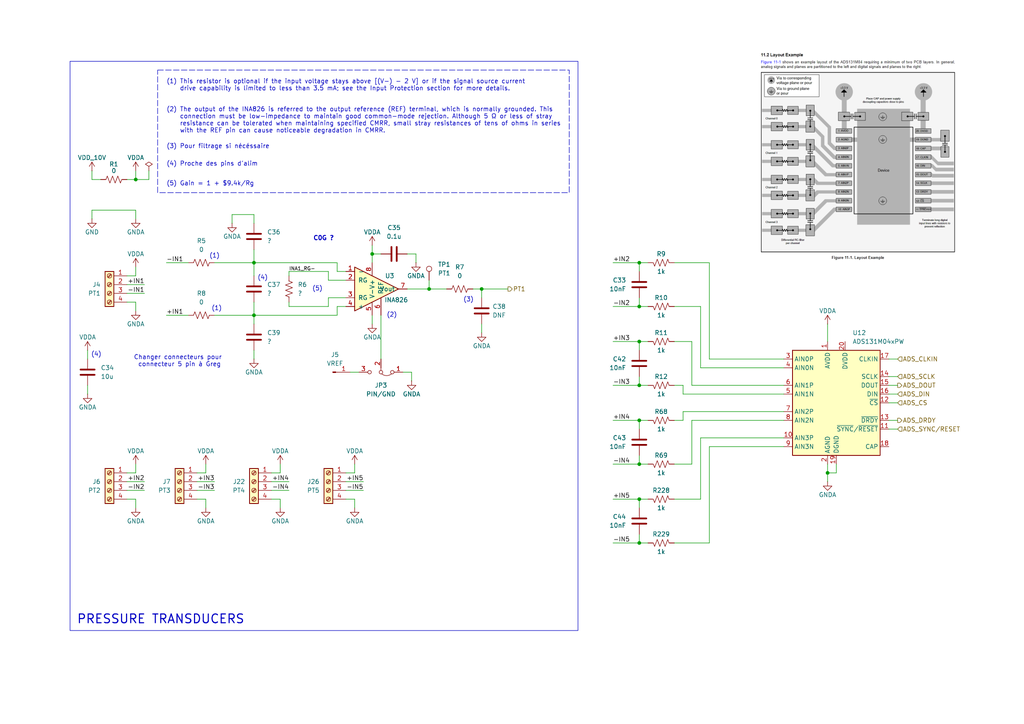
<source format=kicad_sch>
(kicad_sch (version 20250114) (generator "eeschema") (generator_version "9.0")
  (paper "A4")
  (lib_symbols
    (symbol "Analog_ADC:ADS131M04xPW"
      (property "Reference" "U" (at -11.43 16.51 0))
      (property "Value" "ADS131M04xPW" (at 19.05 16.51 0))
      (symbol "ADS131M04xPW_1_0"
        (pin input line (at -15.24 2.54 0) (length 2.54) (name "AIN1N") (number "5"))
        (pin power_in line (at 0 -17.78 90) (length 2.54) (name "DGND") (number "19"))
        (pin power_in line (at 2.54 17.78 270) (length 2.54) (name "DVDD") (number "20"))
        (pin input line (at 15.24 12.7 180) (length 2.54) (name "CLKIN") (number "17"))
        (pin tri_state line (at 15.24 5.08 180) (length 2.54) (name "DOUT") (number "15"))
        (pin input line (at 15.24 2.54 180) (length 2.54) (name "DIN") (number "16"))
        (pin passive line (at 15.24 -12.7 180) (length 2.54) (name "CAP") (number "18"))
      )
      (symbol "ADS131M04xPW_1_1"
        (rectangle (start -12.7 15.24) (end 12.7 -15.24) (stroke (width 0.254)) (fill (type background)))
        (pin input line (at -15.24 12.7 0) (length 2.54) (name "AIN0P") (number "3"))
        (pin input line (at -15.24 10.16 0) (length 2.54) (name "AIN0N") (number "4"))
        (pin input line (at -15.24 5.08 0) (length 2.54) (name "AIN1P") (number "6"))
        (pin input line (at -15.24 -2.54 0) (length 2.54) (name "AIN2P") (number "7"))
        (pin input line (at -15.24 -5.08 0) (length 2.54) (name "AIN2N") (number "8"))
        (pin input line (at -15.24 -10.16 0) (length 2.54) (name "AIN3P") (number "10"))
        (pin input line (at -15.24 -12.7 0) (length 2.54) (name "AIN3N") (number "9"))
        (pin power_in line (at -2.54 17.78 270) (length 2.54) (name "AVDD") (number "1"))
        (pin power_in line (at -2.54 -17.78 90) (length 2.54) (name "AGND") (number "2"))
        (pin input line (at 15.24 7.62 180) (length 2.54) (name "SCLK") (number "14"))
        (pin input line (at 15.24 0 180) (length 2.54) (name "~{CS}") (number "12"))
        (pin output line (at 15.24 -5.08 180) (length 2.54) (name "~{DRDY}") (number "13"))
        (pin input line (at 15.24 -7.62 180) (length 2.54) (name "~{SYNC}/~{RESET}") (number "11"))
      )
    )
    (symbol "Connector:Conn_01x01_Pin" (pin_names (offset 1.016) (hide yes))
      (property "Reference" "J" (at 0 2.54 0))
      (property "Value" "Conn_01x01_Pin" (at 0 -2.54 0))
      (symbol "Conn_01x01_Pin_1_1"
        (rectangle (start 0.8636 0.127) (end 0 -0.127) (stroke (width 0.1524)) (fill (type outline)))
        (polyline (pts (xy 1.27 0) (xy 0.8636 0)) (stroke (width 0.1524)))
        (pin passive line (at 5.08 0 180) (length 3.81) (name "Pin_1") (number "1"))
      )
    )
    (symbol "Connector:Screw_Terminal_01x04" (pin_names (offset 1.016) (hide yes))
      (property "Reference" "J" (at 0 5.08 0))
      (property "Value" "Screw_Terminal_01x04" (at 0 -7.62 0))
      (symbol "Screw_Terminal_01x04_1_1"
        (rectangle (start -1.27 3.81) (end 1.27 -6.35) (stroke (width 0.254)) (fill (type background)))
        (polyline (pts (xy -0.5334 2.8702) (xy 0.3302 2.032)) (stroke (width 0.1524)))
        (polyline (pts (xy -0.5334 0.3302) (xy 0.3302 -0.508)) (stroke (width 0.1524)))
        (polyline (pts (xy -0.5334 -2.2098) (xy 0.3302 -3.048)) (stroke (width 0.1524)))
        (polyline (pts (xy -0.5334 -4.7498) (xy 0.3302 -5.588)) (stroke (width 0.1524)))
        (polyline (pts (xy -0.3556 3.048) (xy 0.508 2.2098)) (stroke (width 0.1524)))
        (polyline (pts (xy -0.3556 0.508) (xy 0.508 -0.3302)) (stroke (width 0.1524)))
        (polyline (pts (xy -0.3556 -2.032) (xy 0.508 -2.8702)) (stroke (width 0.1524)))
        (polyline (pts (xy -0.3556 -4.572) (xy 0.508 -5.4102)) (stroke (width 0.1524)))
        (circle (center 0 2.54) (radius 0.635) (stroke (width 0.1524)))
        (circle (center 0 0) (radius 0.635) (stroke (width 0.1524)))
        (circle (center 0 -2.54) (radius 0.635) (stroke (width 0.1524)))
        (circle (center 0 -5.08) (radius 0.635) (stroke (width 0.1524)))
        (pin passive line (at -5.08 2.54 0) (length 3.81) (name "Pin_1") (number "1"))
        (pin passive line (at -5.08 0 0) (length 3.81) (name "Pin_2") (number "2"))
        (pin passive line (at -5.08 -2.54 0) (length 3.81) (name "Pin_3") (number "3"))
        (pin passive line (at -5.08 -5.08 0) (length 3.81) (name "Pin_4") (number "4"))
      )
    )
    (symbol "Connector:TestPoint" (pin_numbers (hide yes)) (pin_names (offset 0.762) (hide yes))
      (property "Reference" "TP" (at 0 6.858 0))
      (property "Value" "TestPoint" (at 0 5.08 0))
      (symbol "TestPoint_0_1"
        (circle (center 0 3.302) (radius 0.762))
      )
      (symbol "TestPoint_1_1"
        (pin passive line (at 0 0 90) (length 2.54) (name "1") (number "1"))
      )
    )
    (symbol "Device:C" (pin_numbers (hide yes)) (pin_names (offset 0.254))
      (property "Reference" "C" (at 0.635 2.54 0))
      (property "Value" "C" (at 0.635 -2.54 0))
      (symbol "C_0_1"
        (polyline (pts (xy -2.032 0.762) (xy 2.032 0.762)) (stroke (width 0.508)))
        (polyline (pts (xy -2.032 -0.762) (xy 2.032 -0.762)) (stroke (width 0.508)))
      )
      (symbol "C_1_1"
        (pin passive line (at 0 3.81 270) (length 2.794) (name "~") (number "1"))
        (pin passive line (at 0 -3.81 90) (length 2.794) (name "~") (number "2"))
      )
    )
    (symbol "Device:R_US" (pin_numbers (hide yes)) (pin_names (offset 0))
      (property "Reference" "R" (at 2.54 0 90))
      (property "Value" "R_US" (at -2.54 0 90))
      (symbol "R_US_0_1"
        (polyline (pts (xy 0 2.286) (xy 0 2.54)))
        (polyline (pts (xy 0 2.286) (xy 1.016 1.905) (xy 0 1.524) (xy -1.016 1.143) (xy 0 0.762)))
        (polyline (pts (xy 0 0.762) (xy 1.016 0.381) (xy 0 0) (xy -1.016 -0.381) (xy 0 -0.762)))
        (polyline (pts (xy 0 -0.762) (xy 1.016 -1.143) (xy 0 -1.524) (xy -1.016 -1.905) (xy 0 -2.286)))
        (polyline (pts (xy 0 -2.286) (xy 0 -2.54)))
      )
      (symbol "R_US_1_1"
        (pin passive line (at 0 3.81 270) (length 1.27) (name "~") (number "1"))
        (pin passive line (at 0 -3.81 90) (length 1.27) (name "~") (number "2"))
      )
    )
    (symbol "INA826:INA826AIDGKR" (pin_names (offset 1.016))
      (property "Reference" "U" (at 3.81 5.588 0))
      (property "Value" "INA826AIDGKR" (at 5.08 -2.794 0))
      (symbol "INA826AIDGKR_0_1"
        (polyline (pts (xy 7.62 0) (xy -5.08 6.35) (xy -5.08 -6.35) (xy 7.62 0)) (stroke (width 0.254)) (fill (type background)))
      )
      (symbol "INA826AIDGKR_1_1"
        (pin input line (at -7.62 5.08 0) (length 2.54) (name "-") (number "1"))
        (pin passive line (at -7.62 2.54 0) (length 2.54) (name "RG") (number "2"))
        (pin passive line (at -7.62 -2.54 0) (length 2.54) (name "RG") (number "3"))
        (pin input line (at -7.62 -5.08 0) (length 2.54) (name "+") (number "4"))
        (pin power_in line (at 0 7.62 270) (length 3.81) (name "V+") (number "8"))
        (pin power_in line (at 0 -7.62 90) (length 3.81) (name "V-") (number "5"))
        (pin input line (at 2.54 -7.62 90) (length 5.08) (name "REF") (number "6"))
        (pin output line (at 10.16 0 180) (length 2.54) (name "Vout") (number "7"))
      )
    )
    (symbol "Jumper:Jumper_3_Bridged12" (pin_names (offset 0) (hide yes)) (in_bom no)
      (property "Reference" "JP" (at -2.54 -2.54 0))
      (property "Value" "Jumper_3_Bridged12" (at 0 2.794 0))
      (symbol "Jumper_3_Bridged12_0_0"
        (circle (center -3.302 0) (radius 0.508))
        (circle (center 0 0) (radius 0.508))
        (circle (center 3.302 0) (radius 0.508))
      )
      (symbol "Jumper_3_Bridged12_0_1"
        (arc (start -3.048 0.508) (mid -1.651 0.9912) (end -0.254 0.508))
        (polyline (pts (xy 0 -1.27) (xy 0 -0.508)))
      )
      (symbol "Jumper_3_Bridged12_1_1"
        (pin passive line (at -6.35 0 0) (length 2.54) (name "A") (number "1"))
        (pin passive line (at 0 -3.81 90) (length 2.54) (name "C") (number "2"))
        (pin passive line (at 6.35 0 180) (length 2.54) (name "B") (number "3"))
      )
    )
    (symbol "power:+3.3V" (power) (pin_numbers (hide yes)) (pin_names (offset 0) (hide yes))
      (property "Value" "+3.3V" (at 0 3.556 0))
      (symbol "+3.3V_0_1"
        (polyline (pts (xy -0.762 1.27) (xy 0 2.54)))
        (polyline (pts (xy 0 2.54) (xy 0.762 1.27)))
        (polyline (pts (xy 0 0) (xy 0 2.54)))
      )
      (symbol "+3.3V_1_1"
        (pin power_in line (at 0 0 90) (length 0) (name "~") (number "1"))
      )
    )
    (symbol "power:GND" (power) (pin_numbers (hide yes)) (pin_names (offset 0) (hide yes))
      (property "Value" "GND" (at 0 -3.81 0))
      (symbol "GND_0_1"
        (polyline (pts (xy 0 0) (xy 0 -1.27) (xy 1.27 -1.27) (xy 0 -2.54) (xy -1.27 -1.27) (xy 0 -1.27)))
      )
      (symbol "GND_1_1"
        (pin power_in line (at 0 0 270) (length 0) (name "~") (number "1"))
      )
    )
    (symbol "power:GNDA" (power) (pin_numbers (hide yes)) (pin_names (offset 0) (hide yes))
      (property "Value" "GNDA" (at 0 -3.81 0))
      (symbol "GNDA_0_1"
        (polyline (pts (xy 0 0) (xy 0 -1.27) (xy 1.27 -1.27) (xy 0 -2.54) (xy -1.27 -1.27) (xy 0 -1.27)))
      )
      (symbol "GNDA_1_1"
        (pin power_in line (at 0 0 270) (length 0) (name "~") (number "1"))
      )
    )
    (symbol "power:PWR_FLAG" (power) (pin_numbers (hide yes)) (pin_names (offset 0) (hide yes))
      (property "Value" "PWR_FLAG" (at 0 3.81 0))
      (symbol "PWR_FLAG_0_0"
        (pin power_out line (at 0 0 90) (length 0) (name "~") (number "1"))
      )
      (symbol "PWR_FLAG_0_1"
        (polyline (pts (xy 0 0) (xy 0 1.27) (xy -1.016 1.905) (xy 0 2.54) (xy 1.016 1.905) (xy 0 1.27)))
      )
    )
    (symbol "power:VDD" (power) (pin_numbers (hide yes)) (pin_names (offset 0) (hide yes))
      (property "Value" "VDD" (at 0 3.556 0))
      (symbol "VDD_0_1"
        (polyline (pts (xy -0.762 1.27) (xy 0 2.54)))
        (polyline (pts (xy 0 2.54) (xy 0.762 1.27)))
        (polyline (pts (xy 0 0) (xy 0 2.54)))
      )
      (symbol "VDD_1_1"
        (pin power_in line (at 0 0 90) (length 0) (name "~") (number "1"))
      )
    )
  )
  (rectangle (start 45.72 20.32) (end 165.1 55.88) (stroke (width 0) (type dash)))
  (rectangle (start 20.32 17.78) (end 167.64 182.88))
  (text "(4)" (at 27.94 102.87 0) (effects (font (size 1.27 1.27))))
  (text "(1) This resistor is optional if the input voltage stays above [(V-) - 2 V] or if the signal source current\n    drive capability is limited to less than 3.5 mA; see the Input Protection section for more details." (at 48.26 24.765 0) (effects (font (size 1.27 1.27)) (justify left)))
  (text "(4)" (at 76.2 80.645 0) (effects (font (size 1.27 1.27))))
  (text "(5)" (at 92.075 83.82 0) (effects (font (size 1.27 1.27))))
  (text "(2)" (at 113.665 91.44 0) (effects (font (size 1.27 1.27))))
  (text "Changer connecteurs pour \nconnecteur 5 pin à Greg" (at 52.07 104.775 0) (effects (font (size 1.27 1.27))))
  (text "(5) Gain = 1 + $9.4k/Rg" (at 48.26 53.34 0) (effects (font (size 1.27 1.27)) (justify left)))
  (text "(4) Proche des pins d'alim" (at 48.26 47.625 0) (effects (font (size 1.27 1.27)) (justify left)))
  (text "(1)" (at 62.23 74.295 0) (effects (font (size 1.27 1.27))))
  (text "(3) Pour filtrage si nécéssaire" (at 48.26 42.545 0) (effects (font (size 1.27 1.27)) (justify left)))
  (text "(3)" (at 135.89 86.995 0) (effects (font (size 1.27 1.27))))
  (text "(1)" (at 62.865 89.535 0) (effects (font (size 1.27 1.27))))
  (text "PRESSURE TRANSDUCERS" (at 22.225 179.705 0) (effects (font (size 2.54 2.54) (thickness 0.3175)) (justify left)))
  (text "C0G ?" (at 90.805 69.215 0) (effects (font (size 1.27 1.27) (thickness 0.254) (bold yes)) (justify left)))
  (text "(2) The output of the INA826 is referred to the output reference (REF) terminal, which is normally grounded. This\n    connection must be low-impedance to maintain good common-mode rejection. Although 5 Ω or less of stray\n    resistance can be tolerated when maintaining specified CMRR, small stray resistances of tens of ohms in series\n    with the REF pin can cause noticeable degradation in CMRR." (at 48.26 34.925 0) (effects (font (size 1.27 1.27)) (justify left)))
  (junction (at 73.66 91.44))
  (junction (at 139.7 83.82))
  (junction (at 185.42 111.76))
  (junction (at 185.42 144.78))
  (junction (at 124.46 83.82))
  (junction (at 185.42 134.62))
  (junction (at 73.66 76.2))
  (junction (at 185.42 76.2))
  (junction (at 185.42 121.92))
  (junction (at 240.03 137.16))
  (junction (at 107.95 73.66))
  (junction (at 39.37 52.07))
  (junction (at 185.42 157.48))
  (junction (at 185.42 99.06))
  (junction (at 185.42 88.9))
  (wire (pts (xy 200.66 99.06) (xy 200.66 111.76)))
  (wire (pts (xy 78.74 144.78) (xy 81.28 144.78)))
  (wire (pts (xy 177.8 134.62) (xy 185.42 134.62)))
  (wire (pts (xy 36.83 144.78) (xy 39.37 144.78)))
  (wire (pts (xy 124.46 81.28) (xy 124.46 83.82)))
  (wire (pts (xy 73.66 76.2) (xy 97.79 76.2)))
  (wire (pts (xy 59.69 144.78) (xy 59.69 147.32)))
  (wire (pts (xy 67.31 62.23) (xy 73.66 62.23)))
  (wire (pts (xy 195.58 121.92) (xy 198.12 121.92)))
  (wire (pts (xy 203.2 127) (xy 203.2 144.78)))
  (wire (pts (xy 198.12 114.3) (xy 227.33 114.3)))
  (wire (pts (xy 195.58 157.48) (xy 205.74 157.48)))
  (wire (pts (xy 100.33 137.16) (xy 102.87 137.16)))
  (wire (pts (xy 185.42 99.06) (xy 185.42 101.6)))
  (wire (pts (xy 41.91 139.7) (xy 36.83 139.7)))
  (wire (pts (xy 95.25 81.28) (xy 100.33 81.28)))
  (wire (pts (xy 260.35 109.22) (xy 257.81 109.22)))
  (wire (pts (xy 26.67 49.53) (xy 26.67 52.07)))
  (wire (pts (xy 25.4 111.76) (xy 25.4 114.3)))
  (wire (pts (xy 48.26 91.44) (xy 54.61 91.44)))
  (wire (pts (xy 177.8 144.78) (xy 185.42 144.78)))
  (wire (pts (xy 203.2 106.68) (xy 227.33 106.68)))
  (wire (pts (xy 240.03 137.16) (xy 242.57 137.16)))
  (wire (pts (xy 187.96 76.2) (xy 185.42 76.2)))
  (wire (pts (xy 107.95 91.44) (xy 107.95 93.98)))
  (wire (pts (xy 185.42 76.2) (xy 185.42 78.74)))
  (wire (pts (xy 57.15 137.16) (xy 59.69 137.16)))
  (wire (pts (xy 105.41 139.7) (xy 100.33 139.7)))
  (wire (pts (xy 101.6 107.95) (xy 104.14 107.95)))
  (wire (pts (xy 105.41 142.24) (xy 100.33 142.24)))
  (wire (pts (xy 177.8 99.06) (xy 185.42 99.06)))
  (wire (pts (xy 187.96 121.92) (xy 185.42 121.92)))
  (wire (pts (xy 78.74 137.16) (xy 81.28 137.16)))
  (wire (pts (xy 95.25 78.74) (xy 95.25 81.28)))
  (wire (pts (xy 59.69 134.62) (xy 59.69 137.16)))
  (wire (pts (xy 83.82 88.9) (xy 95.25 88.9)))
  (wire (pts (xy 187.96 144.78) (xy 185.42 144.78)))
  (wire (pts (xy 97.79 78.74) (xy 100.33 78.74)))
  (wire (pts (xy 81.28 144.78) (xy 81.28 147.32)))
  (wire (pts (xy 200.66 121.92) (xy 227.33 121.92)))
  (wire (pts (xy 195.58 134.62) (xy 200.66 134.62)))
  (wire (pts (xy 57.15 144.78) (xy 59.69 144.78)))
  (wire (pts (xy 110.49 91.44) (xy 110.49 104.14)))
  (wire (pts (xy 107.95 71.12) (xy 107.95 73.66)))
  (wire (pts (xy 195.58 76.2) (xy 205.74 76.2)))
  (wire (pts (xy 95.25 86.36) (xy 95.25 88.9)))
  (wire (pts (xy 195.58 99.06) (xy 200.66 99.06)))
  (wire (pts (xy 139.7 83.82) (xy 139.7 86.36)))
  (wire (pts (xy 198.12 119.38) (xy 227.33 119.38)))
  (wire (pts (xy 260.35 116.84) (xy 257.81 116.84)))
  (wire (pts (xy 100.33 86.36) (xy 95.25 86.36)))
  (wire (pts (xy 26.67 60.96) (xy 39.37 60.96)))
  (wire (pts (xy 205.74 104.14) (xy 227.33 104.14)))
  (wire (pts (xy 83.82 142.24) (xy 78.74 142.24)))
  (wire (pts (xy 25.4 101.6) (xy 25.4 104.14)))
  (wire (pts (xy 41.91 82.55) (xy 36.83 82.55)))
  (wire (pts (xy 48.26 76.2) (xy 54.61 76.2)))
  (wire (pts (xy 73.66 76.2) (xy 73.66 80.01)))
  (wire (pts (xy 195.58 88.9) (xy 203.2 88.9)))
  (wire (pts (xy 81.28 134.62) (xy 81.28 137.16)))
  (wire (pts (xy 73.66 62.23) (xy 73.66 64.77)))
  (wire (pts (xy 139.7 96.52) (xy 139.7 93.98)))
  (wire (pts (xy 240.03 139.7) (xy 240.03 137.16)))
  (wire (pts (xy 41.91 142.24) (xy 36.83 142.24)))
  (wire (pts (xy 177.8 88.9) (xy 185.42 88.9)))
  (wire (pts (xy 185.42 86.36) (xy 185.42 88.9)))
  (wire (pts (xy 195.58 111.76) (xy 198.12 111.76)))
  (wire (pts (xy 260.35 121.92) (xy 257.81 121.92)))
  (wire (pts (xy 260.35 124.46) (xy 257.81 124.46)))
  (wire (pts (xy 41.91 85.09) (xy 36.83 85.09)))
  (wire (pts (xy 97.79 88.9) (xy 97.79 91.44)))
  (wire (pts (xy 118.11 83.82) (xy 124.46 83.82)))
  (wire (pts (xy 36.83 137.16) (xy 39.37 137.16)))
  (wire (pts (xy 177.8 157.48) (xy 185.42 157.48)))
  (wire (pts (xy 62.23 91.44) (xy 73.66 91.44)))
  (wire (pts (xy 242.57 134.62) (xy 242.57 137.16)))
  (wire (pts (xy 260.35 114.3) (xy 257.81 114.3)))
  (wire (pts (xy 100.33 144.78) (xy 102.87 144.78)))
  (wire (pts (xy 240.03 137.16) (xy 240.03 134.62)))
  (wire (pts (xy 187.96 99.06) (xy 185.42 99.06)))
  (wire (pts (xy 73.66 93.98) (xy 73.66 91.44)))
  (wire (pts (xy 198.12 111.76) (xy 198.12 114.3)))
  (wire (pts (xy 73.66 87.63) (xy 73.66 91.44)))
  (wire (pts (xy 200.66 111.76) (xy 227.33 111.76)))
  (wire (pts (xy 39.37 134.62) (xy 39.37 137.16)))
  (wire (pts (xy 39.37 87.63) (xy 39.37 90.17)))
  (wire (pts (xy 205.74 76.2) (xy 205.74 104.14)))
  (wire (pts (xy 43.18 49.53) (xy 43.18 52.07)))
  (wire (pts (xy 177.8 76.2) (xy 185.42 76.2)))
  (wire (pts (xy 107.95 73.66) (xy 107.95 76.2)))
  (wire (pts (xy 39.37 60.96) (xy 39.37 63.5)))
  (wire (pts (xy 203.2 88.9) (xy 203.2 106.68)))
  (wire (pts (xy 198.12 119.38) (xy 198.12 121.92)))
  (wire (pts (xy 260.35 104.14) (xy 257.81 104.14)))
  (wire (pts (xy 26.67 63.5) (xy 26.67 60.96)))
  (wire (pts (xy 62.23 139.7) (xy 57.15 139.7)))
  (wire (pts (xy 62.23 142.24) (xy 57.15 142.24)))
  (wire (pts (xy 83.82 88.9) (xy 83.82 87.63)))
  (wire (pts (xy 62.23 76.2) (xy 73.66 76.2)))
  (wire (pts (xy 102.87 144.78) (xy 102.87 147.32)))
  (wire (pts (xy 177.8 111.76) (xy 185.42 111.76)))
  (wire (pts (xy 100.33 88.9) (xy 97.79 88.9)))
  (wire (pts (xy 67.31 64.77) (xy 67.31 62.23)))
  (wire (pts (xy 185.42 154.94) (xy 185.42 157.48)))
  (wire (pts (xy 139.7 83.82) (xy 137.16 83.82)))
  (wire (pts (xy 83.82 78.74) (xy 83.82 80.01)))
  (wire (pts (xy 187.96 157.48) (xy 185.42 157.48)))
  (wire (pts (xy 200.66 121.92) (xy 200.66 134.62)))
  (wire (pts (xy 110.49 73.66) (xy 107.95 73.66)))
  (wire (pts (xy 240.03 93.98) (xy 240.03 99.06)))
  (wire (pts (xy 185.42 132.08) (xy 185.42 134.62)))
  (wire (pts (xy 119.38 110.49) (xy 119.38 107.95)))
  (wire (pts (xy 203.2 127) (xy 227.33 127)))
  (wire (pts (xy 39.37 144.78) (xy 39.37 147.32)))
  (wire (pts (xy 73.66 76.2) (xy 73.66 72.39)))
  (wire (pts (xy 187.96 88.9) (xy 185.42 88.9)))
  (wire (pts (xy 205.74 129.54) (xy 205.74 157.48)))
  (wire (pts (xy 187.96 111.76) (xy 185.42 111.76)))
  (wire (pts (xy 83.82 139.7) (xy 78.74 139.7)))
  (wire (pts (xy 39.37 52.07) (xy 43.18 52.07)))
  (wire (pts (xy 260.35 111.76) (xy 257.81 111.76)))
  (wire (pts (xy 139.7 83.82) (xy 147.32 83.82)))
  (wire (pts (xy 120.65 73.66) (xy 118.11 73.66)))
  (wire (pts (xy 185.42 144.78) (xy 185.42 147.32)))
  (wire (pts (xy 102.87 134.62) (xy 102.87 137.16)))
  (wire (pts (xy 39.37 52.07) (xy 36.83 52.07)))
  (wire (pts (xy 83.82 78.74) (xy 95.25 78.74)))
  (wire (pts (xy 73.66 104.14) (xy 73.66 101.6)))
  (wire (pts (xy 177.8 121.92) (xy 185.42 121.92)))
  (wire (pts (xy 195.58 144.78) (xy 203.2 144.78)))
  (wire (pts (xy 185.42 109.22) (xy 185.42 111.76)))
  (wire (pts (xy 73.66 91.44) (xy 97.79 91.44)))
  (wire (pts (xy 36.83 87.63) (xy 39.37 87.63)))
  (wire (pts (xy 187.96 134.62) (xy 185.42 134.62)))
  (wire (pts (xy 39.37 77.47) (xy 39.37 80.01)))
  (wire (pts (xy 36.83 80.01) (xy 39.37 80.01)))
  (wire (pts (xy 97.79 76.2) (xy 97.79 78.74)))
  (wire (pts (xy 185.42 121.92) (xy 185.42 124.46)))
  (wire (pts (xy 120.65 76.2) (xy 120.65 73.66)))
  (wire (pts (xy 26.67 52.07) (xy 29.21 52.07)))
  (wire (pts (xy 119.38 107.95) (xy 116.84 107.95)))
  (wire (pts (xy 205.74 129.54) (xy 227.33 129.54)))
  (wire (pts (xy 124.46 83.82) (xy 129.54 83.82)))
  (wire (pts (xy 39.37 49.53) (xy 39.37 52.07)))
  (image (at 248.92 45.72))
  (label "-IN5" (at 177.8 157.48 0))
  (label "+IN1" (at 48.26 91.44 0))
  (label "+IN5" (at 177.8 144.78 0))
  (label "+IN2" (at 177.8 76.2 0))
  (label "+IN5" (at 105.41 139.7 180))
  (label "-IN3" (at 177.8 111.76 0))
  (label "+IN4" (at 177.8 121.92 0))
  (label "+IN3" (at 177.8 99.06 0))
  (label "INA1_RG-" (at 83.82 78.74 0) (effects (font (size 1.016 1.016))))
  (label "+IN1" (at 41.91 82.55 180))
  (label "+IN3" (at 62.23 139.7 180))
  (label "-IN1" (at 48.26 76.2 0))
  (label "-IN3" (at 62.23 142.24 180))
  (label "-IN2" (at 41.91 142.24 180))
  (label "-IN4" (at 83.82 142.24 180))
  (label "-IN4" (at 177.8 134.62 0))
  (label "-IN2" (at 177.8 88.9 0))
  (label "+IN4" (at 83.82 139.7 180))
  (label "+IN2" (at 41.91 139.7 180))
  (label "-IN5" (at 105.41 142.24 180))
  (label "-IN1" (at 41.91 85.09 180))
  (hierarchical_label "ADS_CLKIN" (shape input) (at 260.35 104.14 0))
  (hierarchical_label "ADS_DIN" (shape input) (at 260.35 114.3 0))
  (hierarchical_label "ADS_DRDY" (shape output) (at 260.35 121.92 0))
  (hierarchical_label "ADS_DOUT" (shape output) (at 260.35 111.76 0))
  (hierarchical_label "ADS_SCLK" (shape input) (at 260.35 109.22 0))
  (hierarchical_label "PT1" (shape output) (at 147.32 83.82 0))
  (hierarchical_label "ADS_CS" (shape input) (at 260.35 116.84 0))
  (hierarchical_label "ADS_SYNC{slash}RESET" (shape input) (at 260.35 124.46 0))
  (symbol (lib_id "Device:R_US") (at 191.77 144.78 270) (mirror x) (unit 1)
    (property "Reference" "R228" (at 191.77 142.24 90))
    (property "Value" "1k" (at 191.77 147.32 90))
    (property "Description" "Resistor, US symbol" (effects (hide yes)))
  )
  (symbol (lib_id "power:GNDA") (at 120.65 76.2 0) (unit 1)
    (property "Reference" "#PWR0147" (effects (hide yes)))
    (property "Value" "GNDA" (at 120.65 80.01 0))
    (property "Description" "Power symbol creates a global label with name \"GNDA\" , analog ground" (effects (hide yes)))
  )
  (symbol (lib_id "Device:C") (at 73.66 97.79 180) (unit 1)
    (property "Reference" "C39" (at 77.47 96.5199 0) (effects (justify right)))
    (property "Value" "?" (at 77.47 99.0599 0) (effects (justify right)))
    (property "Description" "Unpolarized capacitor" (effects (hide yes)))
  )
  (symbol (lib_id "Connector:Conn_01x01_Pin") (at 96.52 107.95 0) (unit 1)
    (property "Reference" "J5" (at 97.155 102.87 0))
    (property "Value" "VREF" (at 97.155 105.41 0))
    (property "Description" "Generic connector, single row, 01x01, script generated" (effects (hide yes)))
  )
  (symbol (lib_id "power:VDD") (at 39.37 49.53 0) (unit 1)
    (property "Reference" "#PWR0130" (effects (hide yes)))
    (property "Value" "VDDA" (at 39.37 45.72 0))
    (property "Description" "Power symbol creates a global label with name \"VDD\"" (effects (hide yes)))
  )
  (symbol (lib_id "power:GNDA") (at 39.37 90.17 0) (unit 1)
    (property "Reference" "#PWR057" (effects (hide yes)))
    (property "Value" "GNDA" (at 39.37 93.98 0))
    (property "Description" "Power symbol creates a global label with name \"GNDA\" , analog ground" (effects (hide yes)))
  )
  (symbol (lib_id "Device:C") (at 139.7 90.17 180) (unit 1)
    (property "Reference" "C38" (at 144.78 88.9 0))
    (property "Value" "DNF" (at 144.78 91.44 0))
    (property "Description" "Unpolarized capacitor" (effects (hide yes)))
  )
  (symbol (lib_id "Device:R_US") (at 191.77 134.62 270) (mirror x) (unit 1)
    (property "Reference" "R69" (at 191.77 132.08 90))
    (property "Value" "1k" (at 191.77 137.16 90))
    (property "Description" "Resistor, US symbol" (effects (hide yes)))
  )
  (symbol (lib_id "Device:C") (at 185.42 82.55 0) (mirror x) (unit 1)
    (property "Reference" "C33" (at 181.61 81.2799 0) (effects (justify right)))
    (property "Value" "10nF" (at 181.61 83.8199 0) (effects (justify right)))
    (property "Description" "Unpolarized capacitor" (effects (hide yes)))
  )
  (symbol (lib_id "power:GNDA") (at 67.31 64.77 0) (unit 1)
    (property "Reference" "#PWR054" (effects (hide yes)))
    (property "Value" "GNDA" (at 67.31 68.58 0))
    (property "Description" "Power symbol creates a global label with name \"GNDA\" , analog ground" (effects (hide yes)))
  )
  (symbol (lib_id "Device:R_US") (at 191.77 76.2 270) (mirror x) (unit 1)
    (property "Reference" "R9" (at 191.77 73.66 90))
    (property "Value" "1k" (at 191.77 78.74 90))
    (property "Description" "Resistor, US symbol" (effects (hide yes)))
  )
  (symbol (lib_id "power:VDD") (at 240.03 93.98 0) (unit 1)
    (property "Reference" "#PWR0110" (effects (hide yes)))
    (property "Value" "VDDA" (at 240.03 90.17 0))
    (property "Description" "Power symbol creates a global label with name \"VDD\"" (effects (hide yes)))
  )
  (symbol (lib_id "Device:C") (at 73.66 83.82 180) (unit 1)
    (property "Reference" "C37" (at 77.47 82.5499 0) (effects (justify right)))
    (property "Value" "?" (at 77.47 85.0899 0) (effects (justify right)))
    (property "Description" "Unpolarized capacitor" (effects (hide yes)))
  )
  (symbol (lib_id "power:GNDA") (at 73.66 104.14 0) (unit 1)
    (property "Reference" "#PWR061" (effects (hide yes)))
    (property "Value" "GNDA" (at 73.66 107.95 0))
    (property "Description" "Power symbol creates a global label with name \"GNDA\" , analog ground" (effects (hide yes)))
  )
  (symbol (lib_id "Device:R_US") (at 58.42 76.2 270) (unit 1)
    (property "Reference" "R5" (at 58.42 69.85 90))
    (property "Value" "0" (at 58.42 72.39 90))
    (property "Description" "Resistor, US symbol" (effects (hide yes)))
  )
  (symbol (lib_id "power:VDD") (at 102.87 134.62 0) (unit 1)
    (property "Reference" "#PWR070" (effects (hide yes)))
    (property "Value" "VDDA" (at 102.87 130.81 0))
    (property "Description" "Power symbol creates a global label with name \"VDD\"" (effects (hide yes)))
  )
  (symbol (lib_id "Device:R_US") (at 191.77 111.76 270) (mirror x) (unit 1)
    (property "Reference" "R12" (at 191.77 109.22 90))
    (property "Value" "1k" (at 191.77 114.3 90))
    (property "Description" "Resistor, US symbol" (effects (hide yes)))
  )
  (symbol (lib_id "Device:R_US") (at 133.35 83.82 270) (unit 1)
    (property "Reference" "R7" (at 133.35 77.47 90))
    (property "Value" "0" (at 133.35 80.01 90))
    (property "Description" "Resistor, US symbol" (effects (hide yes)))
  )
  (symbol (lib_id "Connector:Screw_Terminal_01x04") (at 31.75 139.7 0) (mirror y) (unit 1)
    (property "Reference" "J6" (at 29.21 139.6999 0) (effects (justify left)))
    (property "Value" "PT2" (at 29.21 142.2399 0) (effects (justify left)))
    (property "Description" "Generic screw terminal, single row, 01x04, script generated (kicad-library-utils/schlib/autogen/connector/)" (effects (hide yes)))
  )
  (symbol (lib_id "Analog_ADC:ADS131M04xPW") (at 242.57 116.84 0) (unit 1)
    (property "Reference" "U12" (at 247.2533 96.52 0) (effects (justify left)))
    (property "Value" "ADS131M04xPW" (at 247.2533 99.06 0) (effects (justify left)))
    (property "Footprint" "Package_SO:TSSOP-20_4.4x6.5mm_P0.65mm" (effects (hide yes)))
    (property "Datasheet" "https://www.ti.com/lit/ds/symlink/ads131m04.pdf" (effects (hide yes)))
    (property "Description" "4-Channel, 24-bit, simultaneous sampling Delta-Sigma ADC, 64kSPS, G=1..128 PGA, SPI interface, integrated 1.2V reference, TSSOP-20" (effects (hide yes)))
  )
  (symbol (lib_id "power:GNDA") (at 102.87 147.32 0) (unit 1)
    (property "Reference" "#PWR072" (effects (hide yes)))
    (property "Value" "GNDA" (at 102.87 151.13 0))
    (property "Description" "Power symbol creates a global label with name \"GNDA\" , analog ground" (effects (hide yes)))
  )
  (symbol (lib_id "power:GNDA") (at 81.28 147.32 0) (unit 1)
    (property "Reference" "#PWR069" (effects (hide yes)))
    (property "Value" "GNDA" (at 81.28 151.13 0))
    (property "Description" "Power symbol creates a global label with name \"GNDA\" , analog ground" (effects (hide yes)))
  )
  (symbol (lib_id "Connector:TestPoint") (at 124.46 81.28 0) (unit 1)
    (property "Reference" "TP1" (at 127 76.7079 0) (effects (justify left)))
    (property "Value" "PT1" (at 127 79.2479 0) (effects (justify left)))
    (property "Description" "test point" (effects (hide yes)))
  )
  (symbol (lib_id "power:GNDA") (at 25.4 114.3 0) (unit 1)
    (property "Reference" "#PWR053" (effects (hide yes)))
    (property "Value" "GNDA" (at 25.4 118.11 0))
    (property "Description" "Power symbol creates a global label with name \"GNDA\" , analog ground" (effects (hide yes)))
  )
  (symbol (lib_id "power:VDD") (at 39.37 134.62 0) (unit 1)
    (property "Reference" "#PWR067" (effects (hide yes)))
    (property "Value" "VDDA" (at 39.37 130.81 0))
    (property "Description" "Power symbol creates a global label with name \"VDD\"" (effects (hide yes)))
  )
  (symbol (lib_id "power:VDD") (at 81.28 134.62 0) (unit 1)
    (property "Reference" "#PWR066" (effects (hide yes)))
    (property "Value" "VDDA" (at 81.28 130.81 0))
    (property "Description" "Power symbol creates a global label with name \"VDD\"" (effects (hide yes)))
  )
  (symbol (lib_id "Device:C") (at 185.42 105.41 0) (mirror x) (unit 1)
    (property "Reference" "C42" (at 181.61 104.1399 0) (effects (justify right)))
    (property "Value" "10nF" (at 181.61 106.6799 0) (effects (justify right)))
    (property "Description" "Unpolarized capacitor" (effects (hide yes)))
  )
  (symbol (lib_id "Jumper:Jumper_3_Bridged12") (at 110.49 107.95 180) (unit 1) (in_bom no)
    (property "Reference" "JP3" (at 110.49 111.76 0))
    (property "Value" "PIN/GND" (at 110.49 114.3 0))
    (property "Description" "Jumper, 3-pole, pins 1+2 closed/bridged" (effects (hide yes)))
  )
  (symbol (lib_id "power:GNDA") (at 39.37 63.5 0) (unit 1)
    (property "Reference" "#PWR064" (effects (hide yes)))
    (property "Value" "GNDA" (at 39.37 67.31 0))
    (property "Description" "Power symbol creates a global label with name \"GNDA\" , analog ground" (effects (hide yes)))
  )
  (symbol (lib_id "power:VDD") (at 25.4 101.6 0) (unit 1)
    (property "Reference" "#PWR052" (effects (hide yes)))
    (property "Value" "VDDA" (at 25.4 97.79 0))
    (property "Description" "Power symbol creates a global label with name \"VDD\"" (effects (hide yes)))
  )
  (symbol (lib_id "power:GNDA") (at 39.37 147.32 0) (unit 1)
    (property "Reference" "#PWR068" (effects (hide yes)))
    (property "Value" "GNDA" (at 39.37 151.13 0))
    (property "Description" "Power symbol creates a global label with name \"GNDA\" , analog ground" (effects (hide yes)))
  )
  (symbol (lib_id "Device:R_US") (at 83.82 83.82 180) (unit 1)
    (property "Reference" "R6" (at 86.36 82.5499 0) (effects (justify right)))
    (property "Value" "?" (at 86.36 85.0899 0) (effects (justify right)))
    (property "Description" "Resistor, US symbol" (effects (hide yes)))
  )
  (symbol (lib_id "Device:R_US") (at 191.77 99.06 270) (mirror x) (unit 1)
    (property "Reference" "R11" (at 191.77 96.52 90))
    (property "Value" "1k" (at 191.77 101.6 90))
    (property "Description" "Resistor, US symbol" (effects (hide yes)))
  )
  (symbol (lib_id "Device:R_US") (at 191.77 121.92 270) (mirror x) (unit 1)
    (property "Reference" "R68" (at 191.77 119.38 90))
    (property "Value" "1k" (at 191.77 124.46 90))
    (property "Description" "Resistor, US symbol" (effects (hide yes)))
  )
  (symbol (lib_id "Connector:Screw_Terminal_01x04") (at 31.75 82.55 0) (mirror y) (unit 1)
    (property "Reference" "J4" (at 29.21 82.5499 0) (effects (justify left)))
    (property "Value" "PT1" (at 29.21 85.0899 0) (effects (justify left)))
    (property "Description" "Generic screw terminal, single row, 01x04, script generated (kicad-library-utils/schlib/autogen/connector/)" (effects (hide yes)))
  )
  (symbol (lib_id "Device:R_US") (at 191.77 157.48 270) (mirror x) (unit 1)
    (property "Reference" "R229" (at 191.77 154.94 90))
    (property "Value" "1k" (at 191.77 160.02 90))
    (property "Description" "Resistor, US symbol" (effects (hide yes)))
  )
  (symbol (lib_id "Device:C") (at 25.4 107.95 180) (unit 1)
    (property "Reference" "C34" (at 29.21 106.6799 0) (effects (justify right)))
    (property "Value" "10u" (at 29.21 109.2199 0) (effects (justify right)))
    (property "Description" "Unpolarized capacitor" (effects (hide yes)))
  )
  (symbol (lib_id "Device:C") (at 185.42 128.27 0) (mirror x) (unit 1)
    (property "Reference" "C43" (at 181.61 126.9999 0) (effects (justify right)))
    (property "Value" "10nF" (at 181.61 129.5399 0) (effects (justify right)))
    (property "Description" "Unpolarized capacitor" (effects (hide yes)))
  )
  (symbol (lib_id "Device:R_US") (at 33.02 52.07 90) (unit 1)
    (property "Reference" "R1" (at 33.02 47.625 90))
    (property "Value" "0" (at 33.02 49.53 90))
    (property "Description" "Resistor, US symbol" (effects (hide yes)))
  )
  (symbol (lib_id "power:GNDA") (at 139.7 96.52 0) (unit 1)
    (property "Reference" "#PWR059" (effects (hide yes)))
    (property "Value" "GNDA" (at 139.7 100.33 0))
    (property "Description" "Power symbol creates a global label with name \"GNDA\" , analog ground" (effects (hide yes)))
  )
  (symbol (lib_id "power:GND") (at 26.67 63.5 0) (unit 1)
    (property "Reference" "#PWR0155" (effects (hide yes)))
    (property "Value" "GND" (at 26.67 67.31 0))
    (property "Description" "Power symbol creates a global label with name \"GND\" , ground" (effects (hide yes)))
  )
  (symbol (lib_id "Device:R_US") (at 191.77 88.9 270) (mirror x) (unit 1)
    (property "Reference" "R10" (at 191.77 86.36 90))
    (property "Value" "1k" (at 191.77 91.44 90))
    (property "Description" "Resistor, US symbol" (effects (hide yes)))
  )
  (symbol (lib_id "power:VDD") (at 39.37 77.47 0) (unit 1)
    (property "Reference" "#PWR056" (effects (hide yes)))
    (property "Value" "VDDA" (at 39.37 73.66 0))
    (property "Description" "Power symbol creates a global label with name \"VDD\"" (effects (hide yes)))
  )
  (symbol (lib_id "power:PWR_FLAG") (at 43.18 49.53 0) (unit 1)
    (property "Reference" "#FLG014" (effects (hide yes)))
    (property "Value" "PWR_FLAG" (effects (hide yes)))
    (property "Description" "Special symbol for telling ERC where power comes from" (effects (hide yes)))
  )
  (symbol (lib_id "Connector:Screw_Terminal_01x04") (at 73.66 139.7 0) (mirror y) (unit 1)
    (property "Reference" "J22" (at 71.12 139.6999 0) (effects (justify left)))
    (property "Value" "PT4" (at 71.12 142.2399 0) (effects (justify left)))
    (property "Description" "Generic screw terminal, single row, 01x04, script generated (kicad-library-utils/schlib/autogen/connector/)" (effects (hide yes)))
  )
  (symbol (lib_id "Device:C") (at 73.66 68.58 180) (unit 1)
    (property "Reference" "C36" (at 77.47 67.3099 0) (effects (justify right)))
    (property "Value" "?" (at 77.47 69.8499 0) (effects (justify right)))
    (property "Description" "Unpolarized capacitor" (effects (hide yes)))
  )
  (symbol (lib_id "Connector:Screw_Terminal_01x04") (at 52.07 139.7 0) (mirror y) (unit 1)
    (property "Reference" "J7" (at 49.53 139.6999 0) (effects (justify left)))
    (property "Value" "PT3" (at 49.53 142.2399 0) (effects (justify left)))
    (property "Description" "Generic screw terminal, single row, 01x04, script generated (kicad-library-utils/schlib/autogen/connector/)" (effects (hide yes)))
  )
  (symbol (lib_id "power:GNDA") (at 119.38 110.49 0) (unit 1)
    (property "Reference" "#PWR062" (effects (hide yes)))
    (property "Value" "GNDA" (at 119.38 114.3 0))
    (property "Description" "Power symbol creates a global label with name \"GNDA\" , analog ground" (effects (hide yes)))
  )
  (symbol (lib_id "Device:R_US") (at 58.42 91.44 270) (unit 1)
    (property "Reference" "R8" (at 58.42 85.09 90))
    (property "Value" "0" (at 58.42 87.63 90))
    (property "Description" "Resistor, US symbol" (effects (hide yes)))
  )
  (symbol (lib_id "Device:C") (at 185.42 151.13 0) (mirror x) (unit 1)
    (property "Reference" "C44" (at 181.61 149.8599 0) (effects (justify right)))
    (property "Value" "10nF" (at 181.61 152.3999 0) (effects (justify right)))
    (property "Description" "Unpolarized capacitor" (effects (hide yes)))
  )
  (symbol (lib_id "power:VDD") (at 107.95 71.12 0) (unit 1)
    (property "Reference" "#PWR055" (effects (hide yes)))
    (property "Value" "VDDA" (at 107.95 67.31 0))
    (property "Description" "Power symbol creates a global label with name \"VDD\"" (effects (hide yes)))
  )
  (symbol (lib_id "Device:C") (at 114.3 73.66 270) (unit 1)
    (property "Reference" "C35" (at 114.3 66.04 90))
    (property "Value" "0.1u" (at 114.3 68.58 90))
    (property "Description" "Unpolarized capacitor" (effects (hide yes)))
  )
  (symbol (lib_id "power:GNDA") (at 107.95 93.98 0) (unit 1)
    (property "Reference" "#PWR058" (effects (hide yes)))
    (property "Value" "GNDA" (at 107.95 97.79 0))
    (property "Description" "Power symbol creates a global label with name \"GNDA\" , analog ground" (effects (hide yes)))
  )
  (symbol (lib_id "power:GNDA") (at 240.03 139.7 0) (unit 1)
    (property "Reference" "#PWR073" (effects (hide yes)))
    (property "Value" "GNDA" (at 240.03 143.51 0))
    (property "Description" "Power symbol creates a global label with name \"GNDA\" , analog ground" (effects (hide yes)))
  )
  (symbol (lib_id "Connector:Screw_Terminal_01x04") (at 95.25 139.7 0) (mirror y) (unit 1)
    (property "Reference" "J26" (at 92.71 139.6999 0) (effects (justify left)))
    (property "Value" "PT5" (at 92.71 142.2399 0) (effects (justify left)))
    (property "Description" "Generic screw terminal, single row, 01x04, script generated (kicad-library-utils/schlib/autogen/connector/)" (effects (hide yes)))
  )
  (symbol (lib_id "power:GNDA") (at 59.69 147.32 0) (unit 1)
    (property "Reference" "#PWR065" (effects (hide yes)))
    (property "Value" "GNDA" (at 59.69 151.13 0))
    (property "Description" "Power symbol creates a global label with name \"GNDA\" , analog ground" (effects (hide yes)))
  )
  (symbol (lib_id "power:VDD") (at 59.69 134.62 0) (unit 1)
    (property "Reference" "#PWR063" (effects (hide yes)))
    (property "Value" "VDDA" (at 59.69 130.81 0))
    (property "Description" "Power symbol creates a global label with name \"VDD\"" (effects (hide yes)))
  )
  (symbol (lib_id "power:+3.3V") (at 26.67 49.53 0) (unit 1)
    (property "Reference" "#PWR022" (effects (hide yes)))
    (property "Value" "VDD_10V" (at 26.67 45.72 0))
    (property "Description" "Power symbol creates a global label with name \"+3.3V\"" (effects (hide yes)))
  )
  (symbol (lib_id "INA826:INA826AIDGKR") (at 107.95 83.82 0) (unit 1)
    (property "Reference" "U3" (at 113.03 80.01 0))
    (property "Value" "INA826" (at 114.935 86.995 0))
    (property "Footprint" "UserFootprints:SOP65P490X110-8N" (effects (hide yes)))
    (property "PARTREV" "G" (effects (hide yes)))
    (property "STANDARD" "IPC-7351B" (effects (hide yes)))
    (property "MAXIMUM_PACKAGE_HEIGHT" "1.10 mm" (effects (hide yes)))
    (property "MANUFACTURER" "Texas Instruments" (effects (hide yes)))
  )
)
</source>
